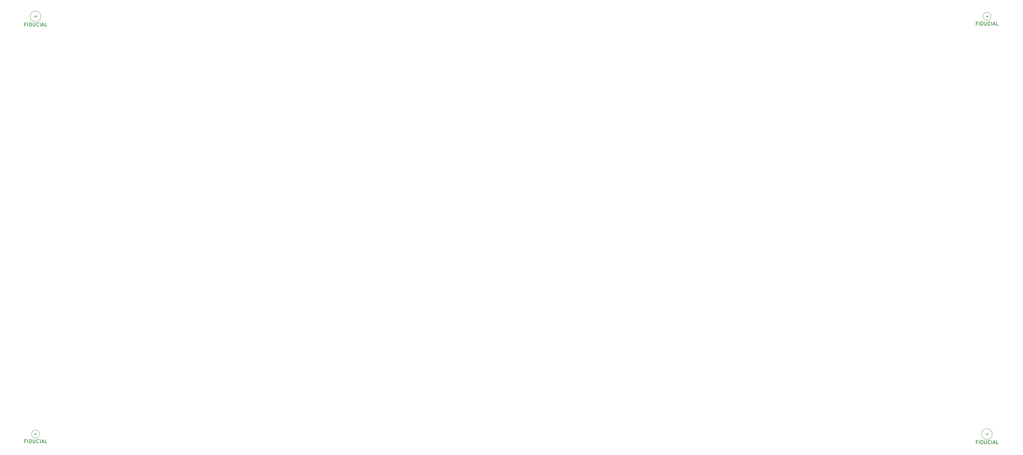
<source format=gbr>
G04 #@! TF.GenerationSoftware,KiCad,Pcbnew,(5.1.4)-1*
G04 #@! TF.CreationDate,2020-05-05T21:14:13+09:00*
G04 #@! TF.ProjectId,Vision,56697369-6f6e-42e6-9b69-6361645f7063,rev?*
G04 #@! TF.SameCoordinates,Original*
G04 #@! TF.FileFunction,Other,Fab,Top*
%FSLAX46Y46*%
G04 Gerber Fmt 4.6, Leading zero omitted, Abs format (unit mm)*
G04 Created by KiCad (PCBNEW (5.1.4)-1) date 2020-05-05 21:14:13*
%MOMM*%
%LPD*%
G04 APERTURE LIST*
%ADD10C,0.100000*%
%ADD11C,0.150000*%
%ADD12C,0.060000*%
%ADD13C,0.050000*%
G04 APERTURE END LIST*
D10*
X341907501Y-189340880D02*
G75*
G03X341907501Y-189340880I-1500000J0D01*
G01*
X76765001Y-73000000D02*
G75*
G03X76765001Y-73000000I-1500000J0D01*
G01*
X76390002Y-189340880D02*
G75*
G03X76390002Y-189340880I-1125000J0D01*
G01*
X341532500Y-73000000D02*
G75*
G03X341532500Y-73000000I-1125000J0D01*
G01*
D11*
X337717024Y-191555451D02*
X337383691Y-191555451D01*
X337383691Y-192079260D02*
X337383691Y-191079260D01*
X337859881Y-191079260D01*
X338240834Y-192079260D02*
X338240834Y-191079260D01*
X338717024Y-192079260D02*
X338717024Y-191079260D01*
X338955120Y-191079260D01*
X339097977Y-191126880D01*
X339193215Y-191222118D01*
X339240834Y-191317356D01*
X339288453Y-191507832D01*
X339288453Y-191650689D01*
X339240834Y-191841165D01*
X339193215Y-191936403D01*
X339097977Y-192031641D01*
X338955120Y-192079260D01*
X338717024Y-192079260D01*
X339717024Y-191079260D02*
X339717024Y-191888784D01*
X339764643Y-191984022D01*
X339812262Y-192031641D01*
X339907501Y-192079260D01*
X340097977Y-192079260D01*
X340193215Y-192031641D01*
X340240834Y-191984022D01*
X340288453Y-191888784D01*
X340288453Y-191079260D01*
X341336072Y-191984022D02*
X341288453Y-192031641D01*
X341145596Y-192079260D01*
X341050358Y-192079260D01*
X340907501Y-192031641D01*
X340812262Y-191936403D01*
X340764643Y-191841165D01*
X340717024Y-191650689D01*
X340717024Y-191507832D01*
X340764643Y-191317356D01*
X340812262Y-191222118D01*
X340907501Y-191126880D01*
X341050358Y-191079260D01*
X341145596Y-191079260D01*
X341288453Y-191126880D01*
X341336072Y-191174499D01*
X341764643Y-192079260D02*
X341764643Y-191079260D01*
X342193215Y-191793546D02*
X342669405Y-191793546D01*
X342097977Y-192079260D02*
X342431310Y-191079260D01*
X342764643Y-192079260D01*
X343574167Y-192079260D02*
X343097977Y-192079260D01*
X343097977Y-191079260D01*
D12*
X340102739Y-189521832D02*
X340102739Y-189121832D01*
X340102739Y-189312308D02*
X340331310Y-189312308D01*
X340331310Y-189521832D02*
X340331310Y-189121832D01*
X340693215Y-189121832D02*
X340617024Y-189121832D01*
X340578929Y-189140880D01*
X340559881Y-189159927D01*
X340521786Y-189217070D01*
X340502739Y-189293260D01*
X340502739Y-189445641D01*
X340521786Y-189483737D01*
X340540834Y-189502784D01*
X340578929Y-189521832D01*
X340655120Y-189521832D01*
X340693215Y-189502784D01*
X340712262Y-189483737D01*
X340731310Y-189445641D01*
X340731310Y-189350403D01*
X340712262Y-189312308D01*
X340693215Y-189293260D01*
X340655120Y-189274213D01*
X340578929Y-189274213D01*
X340540834Y-189293260D01*
X340521786Y-189312308D01*
X340502739Y-189350403D01*
D11*
X72574524Y-75214571D02*
X72241191Y-75214571D01*
X72241191Y-75738380D02*
X72241191Y-74738380D01*
X72717381Y-74738380D01*
X73098334Y-75738380D02*
X73098334Y-74738380D01*
X73574524Y-75738380D02*
X73574524Y-74738380D01*
X73812620Y-74738380D01*
X73955477Y-74786000D01*
X74050715Y-74881238D01*
X74098334Y-74976476D01*
X74145953Y-75166952D01*
X74145953Y-75309809D01*
X74098334Y-75500285D01*
X74050715Y-75595523D01*
X73955477Y-75690761D01*
X73812620Y-75738380D01*
X73574524Y-75738380D01*
X74574524Y-74738380D02*
X74574524Y-75547904D01*
X74622143Y-75643142D01*
X74669762Y-75690761D01*
X74765001Y-75738380D01*
X74955477Y-75738380D01*
X75050715Y-75690761D01*
X75098334Y-75643142D01*
X75145953Y-75547904D01*
X75145953Y-74738380D01*
X76193572Y-75643142D02*
X76145953Y-75690761D01*
X76003096Y-75738380D01*
X75907858Y-75738380D01*
X75765001Y-75690761D01*
X75669762Y-75595523D01*
X75622143Y-75500285D01*
X75574524Y-75309809D01*
X75574524Y-75166952D01*
X75622143Y-74976476D01*
X75669762Y-74881238D01*
X75765001Y-74786000D01*
X75907858Y-74738380D01*
X76003096Y-74738380D01*
X76145953Y-74786000D01*
X76193572Y-74833619D01*
X76622143Y-75738380D02*
X76622143Y-74738380D01*
X77050715Y-75452666D02*
X77526905Y-75452666D01*
X76955477Y-75738380D02*
X77288810Y-74738380D01*
X77622143Y-75738380D01*
X78431667Y-75738380D02*
X77955477Y-75738380D01*
X77955477Y-74738380D01*
D12*
X74960239Y-73180952D02*
X74960239Y-72780952D01*
X74960239Y-72971428D02*
X75188810Y-72971428D01*
X75188810Y-73180952D02*
X75188810Y-72780952D01*
X75569762Y-72780952D02*
X75379286Y-72780952D01*
X75360239Y-72971428D01*
X75379286Y-72952380D01*
X75417381Y-72933333D01*
X75512620Y-72933333D01*
X75550715Y-72952380D01*
X75569762Y-72971428D01*
X75588810Y-73009523D01*
X75588810Y-73104761D01*
X75569762Y-73142857D01*
X75550715Y-73161904D01*
X75512620Y-73180952D01*
X75417381Y-73180952D01*
X75379286Y-73161904D01*
X75360239Y-73142857D01*
D11*
X72574525Y-191301451D02*
X72241192Y-191301451D01*
X72241192Y-191825260D02*
X72241192Y-190825260D01*
X72717382Y-190825260D01*
X73098335Y-191825260D02*
X73098335Y-190825260D01*
X73574525Y-191825260D02*
X73574525Y-190825260D01*
X73812621Y-190825260D01*
X73955478Y-190872880D01*
X74050716Y-190968118D01*
X74098335Y-191063356D01*
X74145954Y-191253832D01*
X74145954Y-191396689D01*
X74098335Y-191587165D01*
X74050716Y-191682403D01*
X73955478Y-191777641D01*
X73812621Y-191825260D01*
X73574525Y-191825260D01*
X74574525Y-190825260D02*
X74574525Y-191634784D01*
X74622144Y-191730022D01*
X74669763Y-191777641D01*
X74765002Y-191825260D01*
X74955478Y-191825260D01*
X75050716Y-191777641D01*
X75098335Y-191730022D01*
X75145954Y-191634784D01*
X75145954Y-190825260D01*
X76193573Y-191730022D02*
X76145954Y-191777641D01*
X76003097Y-191825260D01*
X75907859Y-191825260D01*
X75765002Y-191777641D01*
X75669763Y-191682403D01*
X75622144Y-191587165D01*
X75574525Y-191396689D01*
X75574525Y-191253832D01*
X75622144Y-191063356D01*
X75669763Y-190968118D01*
X75765002Y-190872880D01*
X75907859Y-190825260D01*
X76003097Y-190825260D01*
X76145954Y-190872880D01*
X76193573Y-190920499D01*
X76622144Y-191825260D02*
X76622144Y-190825260D01*
X77050716Y-191539546D02*
X77526906Y-191539546D01*
X76955478Y-191825260D02*
X77288811Y-190825260D01*
X77622144Y-191825260D01*
X78431668Y-191825260D02*
X77955478Y-191825260D01*
X77955478Y-190825260D01*
D13*
X75036430Y-189476594D02*
X75036430Y-189176594D01*
X75036430Y-189319451D02*
X75207859Y-189319451D01*
X75207859Y-189476594D02*
X75207859Y-189176594D01*
X75479287Y-189276594D02*
X75479287Y-189476594D01*
X75407859Y-189162308D02*
X75336430Y-189376594D01*
X75522144Y-189376594D01*
D11*
X337717023Y-74960571D02*
X337383690Y-74960571D01*
X337383690Y-75484380D02*
X337383690Y-74484380D01*
X337859880Y-74484380D01*
X338240833Y-75484380D02*
X338240833Y-74484380D01*
X338717023Y-75484380D02*
X338717023Y-74484380D01*
X338955119Y-74484380D01*
X339097976Y-74532000D01*
X339193214Y-74627238D01*
X339240833Y-74722476D01*
X339288452Y-74912952D01*
X339288452Y-75055809D01*
X339240833Y-75246285D01*
X339193214Y-75341523D01*
X339097976Y-75436761D01*
X338955119Y-75484380D01*
X338717023Y-75484380D01*
X339717023Y-74484380D02*
X339717023Y-75293904D01*
X339764642Y-75389142D01*
X339812261Y-75436761D01*
X339907500Y-75484380D01*
X340097976Y-75484380D01*
X340193214Y-75436761D01*
X340240833Y-75389142D01*
X340288452Y-75293904D01*
X340288452Y-74484380D01*
X341336071Y-75389142D02*
X341288452Y-75436761D01*
X341145595Y-75484380D01*
X341050357Y-75484380D01*
X340907500Y-75436761D01*
X340812261Y-75341523D01*
X340764642Y-75246285D01*
X340717023Y-75055809D01*
X340717023Y-74912952D01*
X340764642Y-74722476D01*
X340812261Y-74627238D01*
X340907500Y-74532000D01*
X341050357Y-74484380D01*
X341145595Y-74484380D01*
X341288452Y-74532000D01*
X341336071Y-74579619D01*
X341764642Y-75484380D02*
X341764642Y-74484380D01*
X342193214Y-75198666D02*
X342669404Y-75198666D01*
X342097976Y-75484380D02*
X342431309Y-74484380D01*
X342764642Y-75484380D01*
X343574166Y-75484380D02*
X343097976Y-75484380D01*
X343097976Y-74484380D01*
D13*
X340178928Y-73135714D02*
X340178928Y-72835714D01*
X340178928Y-72978571D02*
X340350357Y-72978571D01*
X340350357Y-73135714D02*
X340350357Y-72835714D01*
X340464642Y-72835714D02*
X340650357Y-72835714D01*
X340550357Y-72950000D01*
X340593214Y-72950000D01*
X340621785Y-72964285D01*
X340636071Y-72978571D01*
X340650357Y-73007142D01*
X340650357Y-73078571D01*
X340636071Y-73107142D01*
X340621785Y-73121428D01*
X340593214Y-73135714D01*
X340507500Y-73135714D01*
X340478928Y-73121428D01*
X340464642Y-73107142D01*
M02*

</source>
